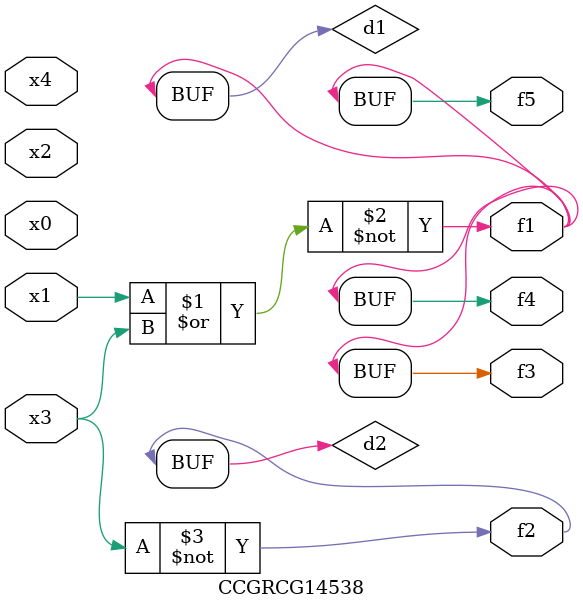
<source format=v>
module CCGRCG14538(
	input x0, x1, x2, x3, x4,
	output f1, f2, f3, f4, f5
);

	wire d1, d2;

	nor (d1, x1, x3);
	not (d2, x3);
	assign f1 = d1;
	assign f2 = d2;
	assign f3 = d1;
	assign f4 = d1;
	assign f5 = d1;
endmodule

</source>
